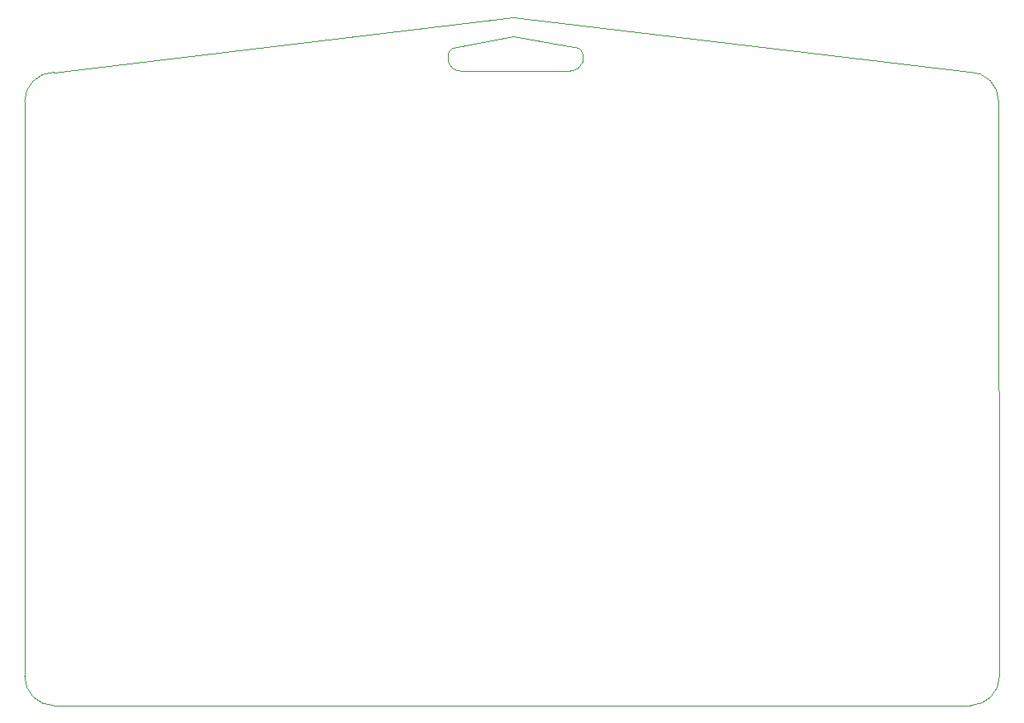
<source format=gbr>
%TF.GenerationSoftware,KiCad,Pcbnew,8.0.2*%
%TF.CreationDate,2024-06-11T14:04:34+02:00*%
%TF.ProjectId,PicoCard,5069636f-4361-4726-942e-6b696361645f,v1.0*%
%TF.SameCoordinates,Original*%
%TF.FileFunction,Profile,NP*%
%FSLAX46Y46*%
G04 Gerber Fmt 4.6, Leading zero omitted, Abs format (unit mm)*
G04 Created by KiCad (PCBNEW 8.0.2) date 2024-06-11 14:04:34*
%MOMM*%
%LPD*%
G01*
G04 APERTURE LIST*
%TA.AperFunction,Profile*%
%ADD10C,0.050000*%
%TD*%
G04 APERTURE END LIST*
D10*
X196778671Y-129610000D02*
X102911328Y-129618672D01*
X156624596Y-62148065D02*
G75*
G02*
X155845723Y-64488335I-748496J-1050635D01*
G01*
X99911327Y-67661329D02*
G75*
G02*
X102911327Y-64661327I2999973J29D01*
G01*
X199778671Y-126610000D02*
G75*
G02*
X196778671Y-129609971I-2999971J0D01*
G01*
X144554276Y-64496837D02*
X155845725Y-64488237D01*
X150000000Y-61000000D02*
X156624596Y-62148065D01*
X143775405Y-62156665D02*
X150000000Y-61000000D01*
X196700000Y-64621322D02*
G75*
G02*
X199699978Y-67621322I0J-2999978D01*
G01*
X99911328Y-126618672D02*
X99911327Y-67661329D01*
X199778671Y-126610000D02*
X199700025Y-67621329D01*
X150000000Y-59000000D02*
X196700000Y-64621322D01*
X102911327Y-64661329D02*
X150000000Y-59000000D01*
X102911328Y-129618672D02*
G75*
G02*
X99911328Y-126618672I-28J2999972D01*
G01*
X144554276Y-64496837D02*
G75*
G02*
X143775356Y-62156596I-30376J1289637D01*
G01*
M02*

</source>
